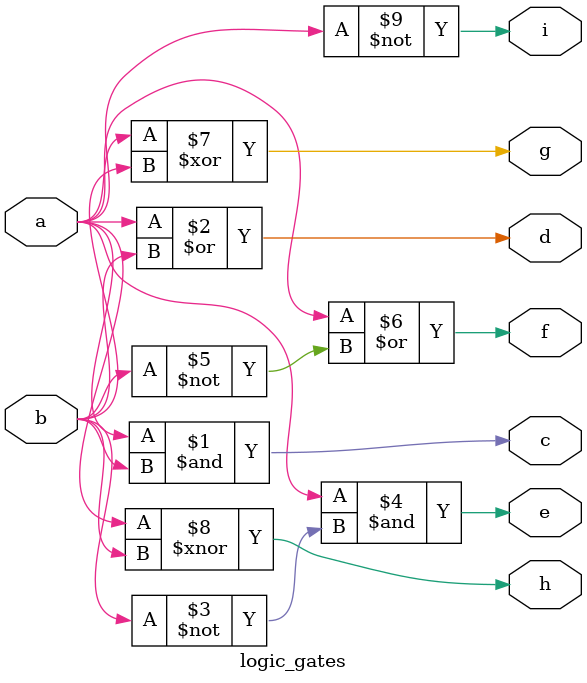
<source format=v>
module logic_gates
(
input a,b,
output c,d,e,f,g,h,i
);

assign c=a&b;
assign d=a|b;
assign e=a&~b;
assign f=a|~b;
assign g=a^b;
assign h=a^~b;
assign i=~a;

endmodule

</source>
